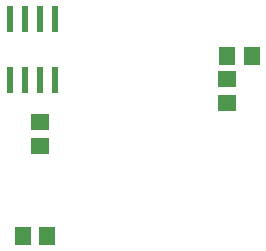
<source format=gtp>
G04 MADE WITH FRITZING*
G04 WWW.FRITZING.ORG*
G04 DOUBLE SIDED*
G04 HOLES PLATED*
G04 CONTOUR ON CENTER OF CONTOUR VECTOR*
%ASAXBY*%
%FSLAX23Y23*%
%MOIN*%
%OFA0B0*%
%SFA1.0B1.0*%
%ADD10R,0.059055X0.055118*%
%ADD11R,0.055118X0.059055*%
%ADD12R,0.024000X0.087000*%
%LNPASTEMASK1*%
G90*
G70*
G54D10*
X819Y590D03*
X819Y509D03*
G54D11*
X819Y665D03*
X900Y665D03*
G54D10*
X194Y365D03*
X194Y446D03*
G54D12*
X94Y584D03*
X144Y584D03*
X194Y584D03*
X244Y584D03*
X244Y790D03*
X194Y790D03*
X144Y790D03*
X94Y790D03*
G54D11*
X219Y65D03*
X139Y65D03*
G04 End of PasteMask1*
M02*
</source>
